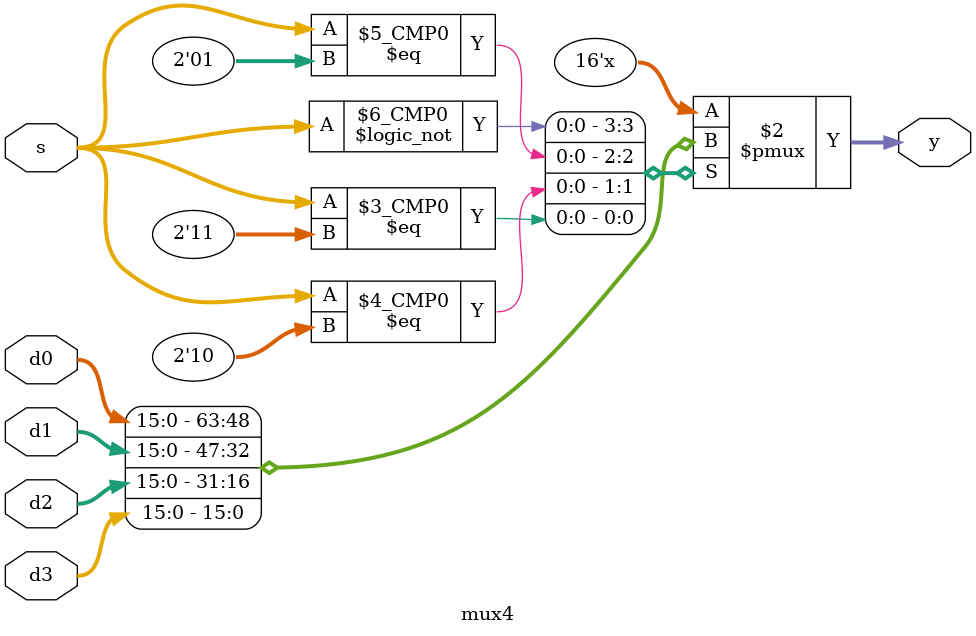
<source format=v>
module flop_reset 
    #(parameter WIDTH = 16)
    (input c, r,
     input [WIDTH-1:0] d,
     output reg [WIDTH-1:0] q);

    always @(posedge c)
        if (~r) q <= 0;
        else q <= d;
endmodule

module flop_enable_reset
    #(parameter WIDTH = 16)
    (input c, r, e,
     input [WIDTH-1:0] d,
     output reg [WIDTH-1:0] q);

    always @(posedge c)
        if (~r) q <= 0;
        else if (e) q <= d;
endmodule

module mux2 
    #(parameter WIDTH = 16)
    (input [WIDTH-1:0] d0, d1,
     input s,
     output [WIDTH-1:0] y);

    assign y = s ? d1 : d0;
endmodule

module mux4
    #(parameter WIDTH = 16)
    (input [WIDTH-1:0] d0, d1, d2, d3,
     input [1:0] s, 
     output reg [WIDTH-1:0] y);

    always @(*)
        case (s)
            2'b00: y <= d0;
            2'b01: y <= d1;
            2'b10: y <= d2;
            2'b11: y <= d3;
        endcase
endmodule

</source>
